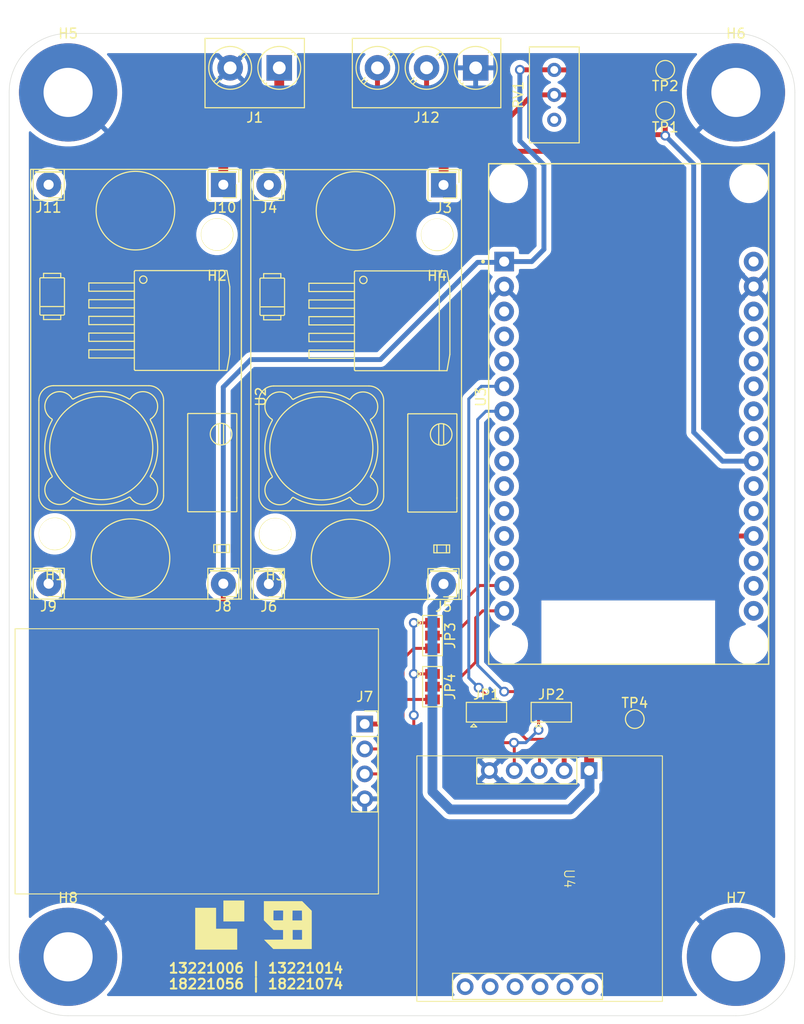
<source format=kicad_pcb>
(kicad_pcb (version 20240108) (generator "pcbnew") (generator_version "8.0")
  (layers (0 "F.Cu" signal) (31 "B.Cu" signal) (34 "B.Paste" user) (35 "F.Paste" user) (36 "B.SilkS" user "B.Silkscreen") (37 "F.SilkS" user "F.Silkscreen") (38 "B.Mask" user) (39 "F.Mask" user) (44 "Edge.Cuts" user))
  (net 0 "")
  (net 1 "/Vin")
  (net 2 "GND")
  (net 3 "/ADC_IN")
  (net 4 "/TX_GPS")
  (net 5 "+3.3V")
  (net 6 "/RX_GPS")
  (net 8 "/RX_SIM")
  (net 9 "+4V")
  (net 10 "/TX_SIM")
  (net 32 "/RST_SIM")
  (net 33 "/RX2")
  (net 34 "/TX2")
  (net 35 "/GPIO22")
  (net 36 "/GPIO23")
  (footprint "Jumper:SolderJumper-3_P1.3mm_Open_Pad1.0x1.5mm" (layer "F.Cu") (at 214.76 99.04 -90)
    (property "Reference" "JP4" (at 0 -1.8 90) (layer "F.SilkS"))
    (property "Value" "Jumper_3_Open")
    (pad "1" smd rect (at -1.3 0 270) (size 1 1.5) (layers "F.Cu" "F.Mask") (net 4 "/TX_GPS"))
    (pad "2" smd rect (at 0 0 270) (size 1 1.5) (layers "F.Cu" "F.Mask") (net 36 "/GPIO23"))
    (pad "3" smd rect (at 1.3 0 270) (size 1 1.5) (layers "F.Cu" "F.Mask") (net 6 "/RX_GPS"))
  )
  (footprint "Jumper:SolderJumper-3_P1.3mm_Open_Pad1.0x1.5mm" (layer "F.Cu") (at 220.26 101.64)
    (property "Reference" "JP1" (at 0 -1.8 0) (layer "F.SilkS"))
    (property "Value" "Jumper_3_Open")
    (pad "1" smd rect (at -1.3 0) (size 1 1.5) (layers "F.Cu" "F.Mask") (net 10 "/TX_SIM"))
    (pad "2" smd rect (at 0 0) (size 1 1.5) (layers "F.Cu" "F.Mask") (net 33 "/RX2"))
    (pad "3" smd rect (at 1.3 0) (size 1 1.5) (layers "F.Cu" "F.Mask") (net 8 "/RX_SIM"))
  )
  (footprint "Stepdown_LM2596:YAAJ_DCDC_StepDown_LM2596" (layer "F.Cu") (at 215.88 47.96 -90)
    (property "Reference" "U3" (at 21.59 -3.81 90) (layer "F.SilkS"))
    (property "Value" "YAAJ_DCDC_StepDown_LM2596")
    (pad "1" thru_hole rect (at 0 0 270) (size 2.54 2.54) (drill 1) (layers "*.Cu" "*.Mask"))
    (pad "2" thru_hole circle (at 0 17.78 270) (size 2.54 2.54) (drill 1) (layers "*.Cu" "*.Mask"))
    (pad "3" thru_hole circle (at 40.64 17.78 270) (size 2.54 2.54) (drill 1) (layers "*.Cu" "*.Mask"))
    (pad "4" thru_hole circle (at 40.64 0 270) (size 2.54 2.54) (drill 1) (layers "*.Cu" "*.Mask"))
  )
  (footprint "LOGO" (layer "F.Cu") (at 200 123.3)
    (property "Reference" "G***" (hide yes))
    (property "Value" "LOGO" (hide yes))
  )
  (footprint "Potentiometer_THT:Potentiometer_Bourns_3296W_Vertical" (layer "F.Cu") (at 227.16 36.25 90)
    (property "Reference" "RV1" (at -2.54 -3.66 90) (layer "F.SilkS"))
    (property "Value" "Pot")
    (pad "1" thru_hole circle (at 0 0 90) (size 1.44 1.44) (drill 0.8) (layers "*.Cu" "*.Mask") (net 5 "+3.3V"))
    (pad "2" thru_hole circle (at -2.54 0 90) (size 1.44 1.44) (drill 0.8) (layers "*.Cu" "*.Mask") (net 3 "/ADC_IN"))
    (pad "3" thru_hole circle (at -5.08 0 90) (size 1.44 1.44) (drill 0.8) (layers "*.Cu" "*.Mask"))
  )
  (footprint "MountingHole:MountingHole_3.2mm_M3" (layer "F.Cu") (at 198.745 83.505 180)
    (property "Reference" "H3" (at 0 -4.2 0) (layer "F.SilkS"))
    (property "Value" "MountingHole")
    (pad "" np_thru_hole circle (at 0 0 180) (size 3.2 3.2) (drill 3.2) (layers "*.Cu" "*.Mask"))
  )
  (footprint "TestPoint:TestPoint_Pad_D1.5mm" (layer "F.Cu") (at 238.46 36.24 180)
    (property "Reference" "TP2" (at 0 -1.648 0) (layer "F.SilkS"))
    (property "Value" "GPS")
    (pad "1" smd circle (at 0 0 180) (size 1.5 1.5) (layers "F.Cu" "F.Mask") (net 5 "+3.3V"))
  )
  (footprint "MountingHole:MountingHole_3.2mm_M3" (layer "F.Cu") (at 176.3 83.48 180)
    (property "Reference" "H1" (at 0 -4.2 0) (layer "F.SilkS"))
    (property "Value" "MountingHole")
    (pad "" np_thru_hole circle (at 0 0 180) (size 3.2 3.2) (drill 3.2) (layers "*.Cu" "*.Mask"))
  )
  (footprint "ESP32-DEVKIT-V1:MODULE_ESP32_DEVKIT_V1" (layer "F.Cu") (at 234.76 71.275)
    (property "Reference" "U1" (hide yes))
    (property "Value" "ESP32-DEVKIT-V1")
    (pad "" np_thru_hole circle (at -12.28 -23.475) (size 3 3) (drill 3) (layers "*.Cu" "*.Mask"))
    (pad "" np_thru_hole circle (at -12.28 23.475) (size 3 3) (drill 3) (layers "*.Cu" "*.Mask"))
    (pad "" np_thru_hole circle (at 12.23 -23.475) (size 3 3) (drill 3) (layers "*.Cu" "*.Mask"))
    (pad "" np_thru_hole circle (at 12.23 23.475) (size 3 3) (drill 3) (layers "*.Cu" "*.Mask"))
    (pad "1" thru_hole rect (at -12.7 -15.515) (size 2 2) (drill 1.02) (layers "*.Cu" "*.Mask") (net 5 "+3.3V"))
    (pad "2" thru_hole circle (at -12.7 -12.975) (size 2 2) (drill 1.02) (layers "*.Cu" "*.Mask") (net 2 "GND"))
    (pad "3" thru_hole circle (at -12.7 -10.435) (size 2 2) (drill 1.02) (layers "*.Cu" "*.Mask"))
    (pad "4" thru_hole circle (at -12.7 -7.895) (size 2 2) (drill 1.02) (layers "*.Cu" "*.Mask"))
    (pad "5" thru_hole circle (at -12.7 -5.355) (size 2 2) (drill 1.02) (layers "*.Cu" "*.Mask"))
    (pad "6" thru_hole circle (at -12.7 -2.815) (size 2 2) (drill 1.02) (layers "*.Cu" "*.Mask") (net 33 "/RX2"))
    (pad "7" thru_hole circle (at -12.7 -0.275) (size 2 2) (drill 1.02) (layers "*.Cu" "*.Mask") (net 34 "/TX2"))
    (pad "8" thru_hole circle (at -12.7 2.265) (size 2 2) (drill 1.02) (layers "*.Cu" "*.Mask"))
    (pad "9" thru_hole circle (at -12.7 4.805) (size 2 2) (drill 1.02) (layers "*.Cu" "*.Mask"))
    (pad "10" thru_hole circle (at -12.7 7.345) (size 2 2) (drill 1.02) (layers "*.Cu" "*.Mask"))
    (pad "11" thru_hole circle (at -12.7 9.885) (size 2 2) (drill 1.02) (layers "*.Cu" "*.Mask"))
    (pad "12" thru_hole circle (at -12.7 12.425) (size 2 2) (drill 1.02) (layers "*.Cu" "*.Mask"))
    (pad "13" thru_hole circle (at -12.7 14.965) (size 2 2) (drill 1.02) (layers "*.Cu" "*.Mask"))
    (pad "14" thru_hole circle (at -12.7 17.505) (size 2 2) (drill 1.02) (layers "*.Cu" "*.Mask") (net 35 "/GPIO22"))
    (pad "15" thru_hole circle (at -12.7 20.045) (size 2 2) (drill 1.02) (layers "*.Cu" "*.Mask") (net 36 "/GPIO23"))
    (pad "16" thru_hole circle (at 12.7 20.045) (size 2 2) (drill 1.02) (layers "*.Cu" "*.Mask"))
    (pad "17" thru_hole circle (at 12.7 17.505) (size 2 2) (drill 1.02) (layers "*.Cu" "*.Mask"))
    (pad "18" thru_hole circle (at 12.7 14.965) (size 2 2) (drill 1.02) (layers "*.Cu" "*.Mask"))
    (pad "19" thru_hole circle (at 12.7 12.425) (size 2 2) (drill 1.02) (layers "*.Cu" "*.Mask") (net 32 "/RST_SIM"))
    (pad "20" thru_hole circle (at 12.7 9.885) (size 2 2) (drill 1.02) (layers "*.Cu" "*.Mask"))
    (pad "21" thru_hole circle (at 12.7 7.345) (size 2 2) (drill 1.02) (layers "*.Cu" "*.Mask"))
    (pad "22" thru_hole circle (at 12.7 4.805) (size 2 2) (drill 1.02) (layers "*.Cu" "*.Mask") (net 3 "/ADC_IN"))
    (pad "23" thru_hole circle (at 12.7 2.265) (size 2 2) (drill 1.02) (layers "*.Cu" "*.Mask"))
    (pad "24" thru_hole circle (at 12.7 -0.275) (size 2 2) (drill 1.02) (layers "*.Cu" "*.Mask"))
    (pad "25" thru_hole circle (at 12.7 -2.815) (size 2 2) (drill 1.02) (layers "*.Cu" "*.Mask"))
    (pad "26" thru_hole circle (at 12.7 -5.355) (size 2 2) (drill 1.02) (layers "*.Cu" "*.Mask"))
    (pad "27" thru_hole circle (at 12.7 -7.895) (size 2 2) (drill 1.02) (layers "*.Cu" "*.Mask"))
    (pad "28" thru_hole circle (at 12.7 -10.435) (size 2 2) (drill 1.02) (layers "*.Cu" "*.Mask"))
    (pad "29" thru_hole circle (at 12.7 -12.975) (size 2 2) (drill 1.02) (layers "*.Cu" "*.Mask") (net 2 "GND"))
    (pad "30" thru_hole circle (at 12.7 -15.515) (size 2 2) (drill 1.02) (layers "*.Cu" "*.Mask"))
    (zone (net 0) (net_name "") (layer "B.Cu") (connect_pads (clearance 0)) (min_thickness 0.01)
      (keepout (tracks not_allowed) (vias not_allowed) (pads not_allowed) (copperpour not_allowed) (footprints allowed))
      (fill (thermal_gap 0.508) (thermal_bridge_width 0.508))
      (polygon (pts (xy 225.85 90.26) (xy 243.54 90.26) (xy 243.54 96.75) (xy 225.85 96.75)))
    )
  )
  (footprint "Connector_PinHeader_2.54mm:PinHeader_1x01_P2.54mm_Vertical" (layer "F.Cu") (at 215.895 47.965 180)
    (property "Reference" "J3" (at 0 -2.33 0) (layer "F.SilkS"))
    (property "Value" "Conn_01x01")
    (pad "1" thru_hole rect (at 0 0 180) (size 1.7 1.7) (drill 1) (layers "*.Cu" "*.Mask") (net 1 "/Vin"))
  )
  (footprint "Connector_PinHeader_2.54mm:PinHeader_1x01_P2.54mm_Vertical" (layer "F.Cu") (at 175.66 47.94 180)
    (property "Reference" "J11" (at 0 -2.33 0) (layer "F.SilkS"))
    (property "Value" "Conn_01x01")
    (pad "1" thru_hole rect (at 0 0 180) (size 1.7 1.7) (drill 1) (layers "*.Cu" "*.Mask") (net 2 "GND"))
  )
  (footprint "MountingHole:MountingHole_5mm_Pad" (layer "F.Cu") (at 245.66 38.54)
    (property "Reference" "H6" (at 0 -6 0) (layer "F.SilkS"))
    (property "Value" "MountingHole_Pad")
    (pad "1" thru_hole circle (at 0 0) (size 10 10) (drill 5) (layers "*.Cu" "*.Mask") (net 2 "GND"))
  )
  (footprint "Stepdown_LM2596:YAAJ_DCDC_StepDown_LM2596" (layer "F.Cu") (at 193.47 47.93 -90)
    (property "Reference" "U2" (at 21.59 -3.81 90) (layer "F.SilkS"))
    (property "Value" "YAAJ_DCDC_StepDown_LM2596")
    (pad "1" thru_hole rect (at 0 0 270) (size 2.54 2.54) (drill 1) (layers "*.Cu" "*.Mask"))
    (pad "2" thru_hole circle (at 0 17.78 270) (size 2.54 2.54) (drill 1) (layers "*.Cu" "*.Mask"))
    (pad "3" thru_hole circle (at 40.64 17.78 270) (size 2.54 2.54) (drill 1) (layers "*.Cu" "*.Mask"))
    (pad "4" thru_hole circle (at 40.64 0 270) (size 2.54 2.54) (drill 1) (layers "*.Cu" "*.Mask"))
  )
  (footprint "Connector_PinHeader_2.54mm:PinHeader_1x01_P2.54mm_Vertical" (layer "F.Cu") (at 175.66 88.54 180)
    (property "Reference" "J9" (at 0 -2.33 0) (layer "F.SilkS"))
    (property "Value" "Conn_01x01")
    (pad "1" thru_hole rect (at 0 0 180) (size 1.7 1.7) (drill 1) (layers "*.Cu" "*.Mask") (net 2 "GND"))
  )
  (footprint "SIM800L_3D Model:SIM800L" (layer "F.Cu") (at 228.17 118.58 -90)
    (property "Reference" "U4" (at 0 -0.5 -90) (layer "F.SilkS") (effects (font (thickness 0.1))))
    (property "Value" "~")
    (pad "1" thru_hole rect (at -11 -2.54 270) (size 1.7 1.7) (drill 1) (layers "*.Cu" "*.Mask") (net 9 "+4V"))
    (pad "2" thru_hole circle (at -11 0 270) (size 1.7 1.7) (drill 1) (layers "*.Cu" "*.Mask") (net 32 "/RST_SIM"))
    (pad "3" thru_hole circle (at -11 2.54 270) (size 1.7 1.7) (drill 1) (layers "*.Cu" "*.Mask") (net 8 "/RX_SIM"))
    (pad "4" thru_hole circle (at -11 5.08 270) (size 1.7 1.7) (drill 1) (layers "*.Cu" "*.Mask") (net 10 "/TX_SIM"))
    (pad "5" thru_hole circle (at -11 7.62 270) (size 1.7 1.7) (drill 1) (layers "*.Cu" "*.Mask") (net 2 "GND"))
    (pad "6" thru_hole circle (at 11 10.08 270) (size 1.7 1.7) (drill 1) (layers "*.Cu" "*.Mask"))
    (pad "7" thru_hole circle (at 11 7.54 270) (size 1.7 1.7) (drill 1) (layers "*.Cu" "*.Mask"))
    (pad "8" thru_hole circle (at 11 5 270) (size 1.7 1.7) (drill 1) (layers "*.Cu" "*.Mask"))
    (pad "9" thru_hole circle (at 11 2.46 270) (size 1.7 1.7) (drill 1) (layers "*.Cu" "*.Mask"))
    (pad "10" thru_hole circle (at 11 -0.08 270) (size 1.7 1.7) (drill 1) (layers "*.Cu" "*.Mask"))
    (pad "11" thru_hole circle (at 11 -2.62 270) (size 1.7 1.7) (drill 1) (layers "*.Cu" "*.Mask"))
  )
  (footprint "MountingHole:MountingHole_5mm_Pad" (layer "F.Cu") (at 245.66 126.54)
    (property "Reference" "H7" (at 0 -6 0) (layer "F.SilkS"))
    (property "Value" "MountingHole_Pad")
    (pad "1" thru_hole circle (at 0 0) (size 10 10) (drill 5) (layers "*.Cu" "*.Mask") (net 2 "GND"))
  )
  (footprint "Jumper:SolderJumper-3_P1.3mm_Open_Pad1.0x1.5mm" (layer "F.Cu") (at 214.76 93.84 -90)
    (property "Reference" "JP3" (at 0 -1.8 90) (layer "F.SilkS"))
    (property "Value" "Jumper_3_Open")
    (pad "1" smd rect (at -1.3 0 270) (size 1 1.5) (layers "F.Cu" "F.Mask") (net 4 "/TX_GPS"))
    (pad "2" smd rect (at 0 0 270) (size 1 1.5) (layers "F.Cu" "F.Mask") (net 35 "/GPIO22"))
    (pad "3" smd rect (at 1.3 0 270) (size 1 1.5) (layers "F.Cu" "F.Mask") (net 6 "/RX_GPS"))
  )
  (footprint "TerminalBlock_Phoenix:TerminalBlock_Phoenix_PT-1,5-2-5.0-H_1x02_P5.00mm_Horizontal" (layer "F.Cu") (at 199.16 36.04 180)
    (property "Reference" "J1" (at 2.5 -5.06 0) (layer "F.SilkS"))
    (property "Value" "ST_1x2")
    (pad "1" thru_hole rect (at 0 0 180) (size 2.6 2.6) (drill 1.3) (layers "*.Cu" "*.Mask") (net 1 "/Vin"))
    (pad "2" thru_hole circle (at 5 0 180) (size 2.6 2.6) (drill 1.3) (layers "*.Cu" "*.Mask") (net 2 "GND"))
  )
  (footprint "MountingHole:MountingHole_5mm_Pad" (layer "F.Cu") (at 177.66 126.54)
    (property "Reference" "H8" (at 0 -6 0) (layer "F.SilkS"))
    (property "Value" "MountingHole_Pad")
    (pad "1" thru_hole circle (at 0 0) (size 10 10) (drill 5) (layers "*.Cu" "*.Mask") (net 2 "GND"))
  )
  (footprint "Connector_PinHeader_2.54mm:PinHeader_1x01_P2.54mm_Vertical" (layer "F.Cu") (at 198.095 47.965 180)
    (property "Reference" "J4" (at 0 -2.33 0) (layer "F.SilkS"))
    (property "Value" "Conn_01x01")
    (pad "1" thru_hole rect (at 0 0 180) (size 1.7 1.7) (drill 1) (layers "*.Cu" "*.Mask") (net 2 "GND"))
  )
  (footprint "Jumper:SolderJumper-3_P1.3mm_Open_Pad1.0x1.5mm" (layer "F.Cu") (at 226.86 101.64)
    (property "Reference" "JP2" (at 0 -1.8 0) (layer "F.SilkS"))
    (property "Value" "Jumper_3_Open")
    (pad "1" smd rect (at -1.3 0) (size 1 1.5) (layers "F.Cu" "F.Mask") (net 10 "/TX_SIM"))
    (pad "2" smd rect (at 0 0) (size 1 1.5) (layers "F.Cu" "F.Mask") (net 34 "/TX2"))
    (pad "3" smd rect (at 1.3 0) (size 1 1.5) (layers "F.Cu" "F.Mask") (net 8 "/RX_SIM"))
  )
  (footprint "Connector_PinHeader_2.54mm:PinHeader_1x01_P2.54mm_Vertical" (layer "F.Cu") (at 215.895 88.565 180)
    (property "Reference" "J5" (at 0 -2.33 0) (layer "F.SilkS"))
    (property "Value" "Conn_01x01")
    (pad "1" thru_hole rect (at 0 0 180) (size 1.7 1.7) (drill 1) (layers "*.Cu" "*.Mask") (net 9 "+4V"))
  )
  (footprint "MountingHole:MountingHole_5mm_Pad" (layer "F.Cu") (at 177.66 38.54)
    (property "Reference" "H5" (at 0 -6 0) (layer "F.SilkS"))
    (property "Value" "MountingHole_Pad")
    (pad "1" thru_hole circle (at 0 0) (size 10 10) (drill 5) (layers "*.Cu" "*.Mask") (net 2 "GND"))
  )
  (footprint "Connector_PinSocket_2.54mm:PinSocket_1x04_P2.54mm_Vertical" (layer "F.Cu") (at 207.86 102.84)
    (property "Reference" "J7" (at 0 -2.77 0) (layer "F.SilkS"))
    (property "Value" "Conn_01x04")
    (pad "1" thru_hole rect (at 0 0) (size 1.7 1.7) (drill 1) (layers "*.Cu" "*.Mask") (net 5 "+3.3V"))
    (pad "2" thru_hole oval (at 0 2.54) (size 1.7 1.7) (drill 1) (layers "*.Cu" "*.Mask") (net 6 "/RX_GPS"))
    (pad "3" thru_hole oval (at 0 5.08) (size 1.7 1.7) (drill 1) (layers "*.Cu" "*.Mask") (net 4 "/TX_GPS"))
    (pad "4" thru_hole oval (at 0 7.62) (size 1.7 1.7) (drill 1) (layers "*.Cu" "*.Mask") (net 2 "GND"))
  )
  (footprint "Connector_PinHeader_2.54mm:PinHeader_1x01_P2.54mm_Vertical" (layer "F.Cu") (at 193.46 47.94 180)
    (property "Reference" "J10" (at 0 -2.33 0) (layer "F.SilkS"))
    (property "Value" "Conn_01x01")
    (pad "1" thru_hole rect (at 0 0 180) (size 1.7 1.7) (drill 1) (layers "*.Cu" "*.Mask") (net 1 "/Vin"))
  )
  (footprint "Connector_PinHeader_2.54mm:PinHeader_1x01_P2.54mm_Vertical" (layer "F.Cu") (at 198.095 88.565 180)
    (property "Reference" "J6" (at 0 -2.33 0) (layer "F.SilkS"))
    (property "Value" "Conn_01x01")
    (pad "1" thru_hole rect (at 0 0 180) (size 1.7 1.7) (drill 1) (layers "*.Cu" "*.Mask") (net 2 "GND"))
  )
  (footprint "LOGO" (layer "F.Cu") (at 193.1 123.310556 90)
    (property "Reference" "G***" (hide yes))
    (property "Value" "LOGO" (hide yes))
  )
  (footprint "MountingHole:MountingHole_3.2mm_M3" (layer "F.Cu") (at 192.82 53 180)
    (property "Reference" "H2" (at 0 -4.2 0) (layer "F.SilkS"))
    (property "Value" "MountingHole")
    (pad "" np_thru_hole circle (at 0 0 180) (size 3.2 3.2) (drill 3.2) (layers "*.Cu" "*.Mask"))
  )
  (footprint "TestPoint:TestPoint_Pad_D1.5mm" (layer "F.Cu") (at 238.46 40.44 180)
    (property "Reference" "TP1" (at 0 -1.648 0) (layer "F.SilkS"))
    (property "Value" "ADC")
    (pad "1" smd circle (at 0 0 180) (size 1.5 1.5) (layers "F.Cu" "F.Mask") (net 3 "/ADC_IN"))
  )
  (footprint "Connector_PinHeader_2.54mm:PinHeader_1x01_P2.54mm_Vertical" (layer "F.Cu") (at 193.46 88.54 180)
    (property "Reference" "J8" (at 0 -2.33 0) (layer "F.SilkS"))
    (property "Value" "Conn_01x01")
    (pad "1" thru_hole rect (at 0 0 180) (size 1.7 1.7) (drill 1) (layers "*.Cu" "*.Mask") (net 5 "+3.3V"))
  )
  (footprint "TerminalBlock_Phoenix:TerminalBlock_Phoenix_PT-1,5-3-5.0-H_1x03_P5.00mm_Horizontal" (layer "F.Cu") (at 219.16 36.04 180)
    (property "Reference" "J12" (at 5 -5.06 0) (layer "F.SilkS"))
    (property "Value" "ST_1x3" (hide yes))
    (pad "1" thru_hole rect (at 0 0 180) (size 2.6 2.6) (drill 1.3) (layers "*.Cu" "*.Mask") (net 2 "GND"))
    (pad "2" thru_hole circle (at 5 0 180) (size 2.6 2.6) (drill 1.3) (layers "*.Cu" "*.Mask") (net 3 "/ADC_IN"))
    (pad "3" thru_hole circle (at 10 0 180) (size 2.6 2.6) (drill 1.3) (layers "*.Cu" "*.Mask") (net 3 "/ADC_IN"))
  )
  (footprint "TestPoint:TestPoint_Pad_D1.5mm" (layer "F.Cu") (at 235.36 102.34)
    (property "Reference" "TP4" (at 0 -1.648 0) (layer "F.SilkS"))
    (property "Value" "SIM")
    (pad "1" smd circle (at 0 0) (size 1.5 1.5) (layers "F.Cu" "F.Mask") (net 9 "+4V"))
  )
  (footprint "MountingHole:MountingHole_3.2mm_M3" (layer "F.Cu") (at 215.225 53.015 180)
    (property "Reference" "H4" (at 0 -4.2 0) (layer "F.SilkS"))
    (property "Value" "MountingHole")
    (pad "" np_thru_hole circle (at 0 0 180) (size 3.2 3.2) (drill 3.2) (layers "*.Cu" "*.Mask"))
  )
  (gr_rect (start 173.835 46.365) (end 195.285 90.115) (stroke (width 0.1)) (fill none) (layer "F.SilkS"))
  (gr_rect (start 172.26 93.14) (end 209.26 120.14) (stroke (width 0.1)) (fill none) (layer "F.SilkS"))
  (gr_rect (start 196.26 46.39) (end 217.71 90.14) (stroke (width 0.1)) (fill none) (layer "F.SilkS"))
  (gr_line (start 245.66 132.54) (end 177.66 132.54) (stroke (width 0.05)) (layer "Edge.Cuts"))
  (gr_arc (start 171.66 38.54) (mid 173.417359 34.297359) (end 177.66 32.54) (stroke (width 0.05)) (layer "Edge.Cuts"))
  (gr_line (start 251.66 38.54) (end 251.66 126.54) (stroke (width 0.05)) (layer "Edge.Cuts"))
  (gr_arc (start 245.66 32.54) (mid 249.902641 34.297359) (end 251.66 38.54) (stroke (width 0.05)) (layer "Edge.Cuts"))
  (gr_line (start 171.66 126.54) (end 171.66 38.54) (stroke (width 0.05)) (layer "Edge.Cuts"))
  (gr_arc (start 251.66 126.54) (mid 249.902641 130.782641) (end 245.66 132.54) (stroke (width 0.05)) (layer "Edge.Cuts"))
  (gr_line (start 177.66 32.54) (end 245.66 32.54) (stroke (width 0.05)) (layer "Edge.Cuts"))
  (gr_arc (start 177.66 132.54) (mid 173.417359 130.782641) (end 171.66 126.54) (stroke (width 0.05)) (layer "Edge.Cuts"))
  (gr_text "13221006 | 13221014\n18221056 | 18221074\n" (at 187.8 129.9 0) (layer "F.SilkS") (effects (font (size 1 1) (thickness 0.2) (bold yes)) (justify left bottom)))
  (segment (start 215.895 45.875) (end 214.66 44.64) (width 1) (layer "F.Cu") (net 1))
  (segment (start 199.16 36.04) (end 199.16 44.64) (width 1) (layer "F.Cu") (net 1))
  (segment (start 215.895 47.965) (end 215.895 45.875) (width 1) (layer "F.Cu") (net 1))
  (segment (start 193.46 45.14) (end 193.46 47.94) (width 1) (layer "F.Cu") (net 1))
  (segment (start 193.96 44.64) (end 193.46 45.14) (width 1) (layer "F.Cu") (net 1))
  (segment (start 199.16 44.64) (end 198.66 44.64) (width 1) (layer "F.Cu") (net 1))
  (segment (start 214.66 44.64) (end 202.46 44.64) (width 1) (layer "F.Cu") (net 1))
  (segment (start 202.46 44.64) (end 199.16 44.64) (width 1) (layer "F.Cu") (net 1))
  (segment (start 198.66 44.64) (end 193.96 44.64) (width 1) (layer "F.Cu") (net 1))
  (segment (start 209.16 41.54) (end 210.66 43.04) (width 0.5) (layer "F.Cu") (net 3))
  (segment (start 227.16 38.79) (end 224.91 38.79) (width 0.5) (layer "F.Cu") (net 3))
  (segment (start 209.16 36.04) (end 209.16 41.54) (width 0.5) (layer "F.Cu") (net 3))
  (segment (start 238.36 42.84) (end 238.46 42.94) (width 0.5) (layer "F.Cu") (net 3))
  (segment (start 210.66 43.04) (end 221.66 43.04) (width 0.5) (layer "F.Cu") (net 3))
  (segment (start 236.81 38.79) (end 238.46 40.44) (width 0.5) (layer "F.Cu") (net 3))
  (segment (start 221.96 41.74) (end 224.91 38.79) (width 0.5) (layer "F.Cu") (net 3))
  (segment (start 223.16 44.54) (end 233.66 44.54) (width 0.5) (layer "F.Cu") (net 3))
  (segment (start 238.46 40.44) (end 238.46 42.94) (width 0.5) (layer "F.Cu") (net 3))
  (segment (start 214.16 36.04) (end 214.16 41.74) (width 0.5) (layer "F.Cu") (net 3))
  (segment (start 235.36 42.84) (end 238.36 42.84) (width 0.5) (layer "F.Cu") (net 3))
  (segment (start 221.66 43.04) (end 223.16 44.54) (width 0.5) (layer "F.Cu") (net 3))
  (segment (start 215.06 41.74) (end 221.96 41.74) (width 0.5) (layer "F.Cu") (net 3))
  (segment (start 233.66 44.54) (end 235.36 42.84) (width 0.5) (layer "F.Cu") (net 3))
  (segment (start 227.16 38.79) (end 236.81 38.79) (width 0.5) (layer "F.Cu") (net 3))
  (segment (start 214.16 41.74) (end 215.06 41.74) (width 0.5) (layer "F.Cu") (net 3))
  (via (at 238.46 42.94) (size 1) (drill 0.6) (layers "F.Cu" "B.Cu") (net 3))
  (segment (start 244.3 76.08) (end 247.46 76.08) (width 0.5) (layer "B.Cu") (net 3))
  (segment (start 241.36 73.14) (end 244.3 76.08) (width 0.5) (layer "B.Cu") (net 3))
  (segment (start 238.46 42.94) (end 241.36 45.84) (width 0.5) (layer "B.Cu") (net 3))
  (segment (start 241.36 45.84) (end 241.36 73.14) (width 0.5) (layer "B.Cu") (net 3))
  (segment (start 210.76 106.64) (end 212.86 104.54) (width 0.3) (layer "F.Cu") (net 4))
  (segment (start 212.86 104.54) (end 212.86 101.94) (width 0.3) (layer "F.Cu") (net 4))
  (segment (start 207.86 107.92) (end 209.48 107.92) (width 0.3) (layer "F.Cu") (net 4))
  (segment (start 212.86 92.54) (end 214.76 92.54) (width 0.3) (layer "F.Cu") (net 4))
  (segment (start 209.48 107.92) (end 210.76 106.64) (width 0.3) (layer "F.Cu") (net 4))
  (segment (start 212.86 97.74) (end 214.76 97.74) (width 0.3) (layer "F.Cu") (net 4))
  (via (at 212.86 92.54) (size 1) (drill 0.6) (layers "F.Cu" "B.Cu") (net 4))
  (via (at 212.86 97.74) (size 1) (drill 0.6) (layers "F.Cu" "B.Cu") (net 4))
  (via (at 212.86 101.94) (size 1) (drill 0.6) (layers "F.Cu" "B.Cu") (net 4))
  (segment (start 212.86 101.94) (end 212.86 97.74) (width 0.3) (layer "B.Cu") (net 4))
  (segment (start 212.86 97.74) (end 212.86 92.54) (width 0.3) (layer "B.Cu") (net 4))
  (segment (start 193.46 88.54) (end 193.46 90.84) (width 0.5) (layer "F.Cu") (net 5))
  (segment (start 227.16 36.25) (end 233.35 36.25) (width 0.5) (layer "F.Cu") (net 5))
  (segment (start 233.36 36.24) (end 238.46 36.24) (width 0.5) (layer "F.Cu") (net 5))
  (segment (start 210.36 92.24) (end 210.36 102.54) (width 0.5) (layer "F.Cu") (net 5))
  (segment (start 227.15 36.24) (end 227.16 36.25) (width 0.5) (layer "F.Cu") (net 5))
  (segment (start 193.46 90.84) (end 194.06 91.44) (width 0.5) (layer "F.Cu") (net 5))
  (segment (start 233.35 36.25) (end 233.36 36.24) (width 0.5) (layer "F.Cu") (net 5))
  (segment (start 223.66 36.24) (end 227.15 36.24) (width 0.5) (layer "F.Cu") (net 5))
  (segment (start 209.56 91.44) (end 210.36 92.24) (width 0.5) (layer "F.Cu") (net 5))
  (segment (start 210.36 102.54) (end 210.06 102.84) (width 0.5) (layer "F.Cu") (net 5))
  (segment (start 210.06 102.84) (end 207.86 102.84) (width 0.5) (layer "F.Cu") (net 5))
  (segment (start 194.06 91.44) (end 209.56 91.44) (width 0.5) (layer "F.Cu") (net 5))
  (via (at 223.66 36.24) (size 1) (drill 0.6) (layers "F.Cu" "B.Cu") (net 5))
  (segment (start 226.11 45.92) (end 226.11 54.52) (width 0.5) (layer "B.Cu") (net 5))
  (segment (start 196.26 65.74) (end 209.46 65.74) (width 0.5) (layer "B.Cu") (net 5))
  (segment (start 193.46 68.54) (end 196.26 65.74) (width 0.5) (layer "B.Cu") (net 5))
  (segment (start 209.46 65.74) (end 219.36 55.84) (width 0.5) (layer "B.Cu") (net 5))
  (segment (start 193.46 88.54) (end 193.46 68.54) (width 0.5) (layer "B.Cu") (net 5))
  (segment (start 224.87 55.76) (end 222.06 55.76) (width 0.5) (layer "B.Cu") (net 5))
  (segment (start 223.66 43.47) (end 226.11 45.92) (width 0.5) (layer "B.Cu") (net 5))
  (segment (start 221.98 55.84) (end 222.06 55.76) (width 0.5) (layer "B.Cu") (net 5))
  (segment (start 223.66 36.24) (end 223.66 43.47) (width 0.5) (layer "B.Cu") (net 5))
  (segment (start 226.11 54.52) (end 224.87 55.76) (width 0.5) (layer "B.Cu") (net 5))
  (segment (start 219.36 55.84) (end 221.98 55.84) (width 0.5) (layer "B.Cu") (net 5))
  (segment (start 209.92 105.38) (end 211.76 103.54) (width 0.3) (layer "F.Cu") (net 6))
  (segment (start 207.86 105.38) (end 209.92 105.38) (width 0.3) (layer "F.Cu") (net 6))
  (segment (start 211.76 96.24) (end 212.86 95.14) (width 0.3) (layer "F.Cu") (net 6))
  (segment (start 211.76 103.54) (end 211.76 100.34) (width 0.3) (layer "F.Cu") (net 6))
  (segment (start 211.76 100.34) (end 214.76 100.34) (width 0.3) (layer "F.Cu") (net 6))
  (segment (start 211.76 100.34) (end 211.76 96.24) (width 0.3) (layer "F.Cu") (net 6))
  (segment (start 212.86 95.14) (end 214.76 95.14) (width 0.3) (layer "F.Cu") (net 6))
  (segment (start 228.16 101.64) (end 228.16 103.74) (width 0.3) (layer "F.Cu") (net 8))
  (segment (start 225.66 104.398) (end 224.318 104.398) (width 0.3) (layer "F.Cu") (net 8))
  (segment (start 224.318 104.398) (end 223.56 103.64) (width 0.3) (layer "F.Cu") (net 8))
  (segment (start 228.16 103.74) (end 227.502 104.398) (width 0.3) (layer "F.Cu") (net 8))
  (segment (start 227.502 104.398) (end 225.66 104.398) (width 0.3) (layer "F.Cu") (net 8))
  (segment (start 225.66 104.398) (end 225.66 107.63) (width 0.3) (layer "F.Cu") (net 8))
  (segment (start 223.56 101.94) (end 223.26 101.64) (width 0.3) (layer "F.Cu") (net 8))
  (segment (start 225.66 107.63) (end 225.67 107.64) (width 0.3) (layer "F.Cu") (net 8))
  (segment (start 223.26 101.64) (end 221.56 101.64) (width 0.3) (layer "F.Cu") (net 8))
  (segment (start 223.56 103.64) (end 223.56 101.94) (width 0.3) (layer "F.Cu") (net 8))
  (segment (start 230.71 105.49) (end 231.26 104.94) (width 1) (layer "F.Cu") (net 9))
  (segment (start 230.71 107.58) (end 230.71 105.49) (width 1) (layer "F.Cu") (net 9))
  (segment (start 231.26 104.94) (end 234.66 104.94) (width 1) (layer "F.Cu") (net 9))
  (segment (start 234.66 104.94) (end 235.36 104.24) (width 1) (layer "F.Cu") (net 9))
  (segment (start 235.36 104.24) (end 235.36 102.34) (width 1) (layer "F.Cu") (net 9))
  (segment (start 230.76 109.54) (end 230.75 109.53) (width 1) (layer "B.Cu") (net 9))
  (segment (start 214.76 109.74) (end 216.56 111.54) (width 1) (layer "B.Cu") (net 9))
  (segment (start 215.895 88.565) (end 215.895 89.905) (width 1) (layer "B.Cu") (net 9))
  (segment (start 230.75 109.53) (end 230.75 107.64) (width 1) (layer "B.Cu") (net 9))
  (segment (start 216.56 111.54) (end 228.76 111.54) (width 1) (layer "B.Cu") (net 9))
  (segment (start 228.76 111.54) (end 230.76 109.54) (width 1) (layer "B.Cu") (net 9))
  (segment (start 215.895 89.905) (end 214.76 91.04) (width 1) (layer "B.Cu") (net 9))
  (segment (start 214.76 91.04) (end 214.76 109.74) (width 1) (layer "B.Cu") (net 9))
  (segment (start 223.06 104.74) (end 223.09 104.77) (width 0.3) (layer "F.Cu") (net 10))
  (segment (start 220.26 104.74) (end 218.96 103.44) (width 0.3) (layer "F.Cu") (net 10))
  (segment (start 223.09 107.6) (end 223.13 107.64) (width 0.3) (layer "F.Cu") (net 10))
  (segment (start 223.09 104.77) (end 223.09 107.6) (width 0.3) (layer "F.Cu") (net 10))
  (segment (start 218.96 103.44) (end 218.96 101.64) (width 0.3) (layer "F.Cu") (net 10))
  (segment (start 223.06 104.74) (end 220.26 104.74) (width 0.3) (layer "F.Cu") (net 10))
  (segment (start 225.56 101.64) (end 225.56 103.44) (width 0.3) (layer "F.Cu") (net 10))
  (via (at 223.06 104.74) (size 1) (drill 0.6) (layers "F.Cu" "B.Cu") (net 10))
  (via (at 225.56 103.44) (size 1) (drill 0.6) (layers "F.Cu" "B.Cu") (net 10))
  (segment (start 224.26 104.74) (end 225.56 103.44) (width 0.3) (layer "B.Cu") (net 10))
  (segment (start 223.06 104.74) (end 224.26 104.74) (width 0.3) (layer "B.Cu") (net 10))
  (segment (start 234.76 98.74) (end 242.86 98.74) (width 0.5) (layer "F.Cu") (net 32))
  (segment (start 242.86 98.74) (end 244.36 97.24) (width 0.5) (layer "F.Cu") (net 32))
  (segment (start 228.17 105.33) (end 234.76 98.74) (width 0.5) (layer "F.Cu") (net 32))
  (segment (start 244.36 97.24) (end 244.36 84.84) (width 0.5) (layer "F.Cu") (net 32))
  (segment (start 228.17 107.58) (end 228.17 105.33) (width 0.5) (layer "F.Cu") (net 32))
  (segment (start 245.5 83.7) (end 247.46 83.7) (width 0.5) (layer "F.Cu") (net 32))
  (segment (start 244.36 84.84) (end 245.5 83.7) (width 0.5) (layer "F.Cu") (net 32))
  (segment (start 220.26 99.94) (end 220.26 101.64) (width 0.3) (layer "F.Cu") (net 33))
  (segment (start 219.46 99.14) (end 220.26 99.94) (width 0.3) (layer "F.Cu") (net 33))
  (via (at 219.46 99.14) (size 1) (drill 0.6) (layers "F.Cu" "B.Cu") (net 33))
  (segment (start 219.74 68.46) (end 222.06 68.46) (width 0.3) (layer "B.Cu") (net 33))
  (segment (start 218.46 98.14) (end 218.46 69.74) (width 0.3) (layer "B.Cu") (net 33))
  (segment (start 218.46 69.74) (end 219.74 68.46) (width 0.3) (layer "B.Cu") (net 33))
  (segment (start 219.46 99.14) (end 218.46 98.14) (width 0.3) (layer "B.Cu") (net 33))
  (segment (start 222.06 99.54) (end 226.46 99.54) (width 0.3) (layer "F.Cu") (net 34))
  (segment (start 226.86 99.94) (end 226.86 101.64) (width 0.3) (layer "F.Cu") (net 34))
  (segment (start 226.46 99.54) (end 226.86 99.94) (width 0.3) (layer "F.Cu") (net 34))
  (via (at 222.06 99.54) (size 1) (drill 0.6) (layers "F.Cu" "B.Cu") (net 34))
  (segment (start 222.06 99.54) (end 219.36 96.84) (width 0.3) (layer "B.Cu") (net 34))
  (segment (start 219.36 96.84) (end 219.36 71.84) (width 0.3) (layer "B.Cu") (net 34))
  (segment (start 219.36 71.84) (end 220.2 71) (width 0.3) (layer "B.Cu") (net 34))
  (segment (start 220.2 71) (end 222.06 71) (width 0.3) (layer "B.Cu") (net 34))
  (segment (start 218.46 92.24) (end 218.46 89.84) (width 0.3) (layer "F.Cu") (net 35))
  (segment (start 218.46 89.84) (end 219.56 88.74) (width 0.3) (layer "F.Cu") (net 35))
  (segment (start 219.56 88.74) (end 222.02 88.74) (width 0.3) (layer "F.Cu") (net 35))
  (segment (start 214.76 93.84) (end 216.86 93.84) (width 0.3) (layer "F.Cu") (net 35))
  (segment (start 222.02 88.74) (end 222.06 88.78) (width 0.3) (layer "F.Cu") (net 35))
  (segment (start 216.86 93.84) (end 218.46 92.24) (width 0.3) (layer "F.Cu") (net 35))
  (segment (start 219.16 96.54) (end 219.16 92.04) (width 0.3) (layer "F.Cu") (net 36))
  (segment (start 216.66 99.04) (end 219.16 96.54) (width 0.3) (layer "F.Cu") (net 36))
  (segment (start 219.88 91.32) (end 222.06 91.32) (width 0.3) (layer "F.Cu") (net 36))
  (segment (start 219.16 92.04) (end 219.88 91.32) (width 0.3) (layer "F.Cu") (net 36))
  (segment (start 214.76 99.04) (end 216.66 99.04) (width 0.3) (layer "F.Cu") (net 36))
  (zone (net 2) (net_name "GND") (layer "B.Cu") (connect_pads (clearance 0.5)) (min_thickness 0.25) (fill yes (thermal_gap 0.5) (thermal_bridge_width 0.5))
    (polygon (pts (xy 251.66 132.54) (xy 171.66 132.54) (xy 171.66 32.54) (xy 251.66 32.54)))
  )
)
</source>
